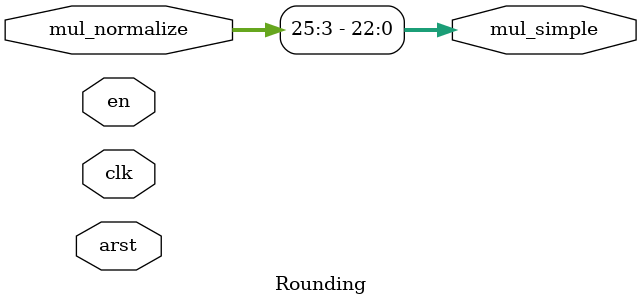
<source format=sv>
`timescale 1ns / 1ps

module Rounding(
    input [25:0] mul_normalize,
    input clk, arst, en,
    output [22:0] mul_simple
    );
    
    assign mul_simple = mul_normalize[25:3];
    
    /*always@(posedge clk or posedge arst)begin
        if(arst) begin
            mul_simple <= 0;
        end else if(en) begin
            mul_simple <= mul_normalize[25:3];
        end
    end
    */
endmodule

</source>
